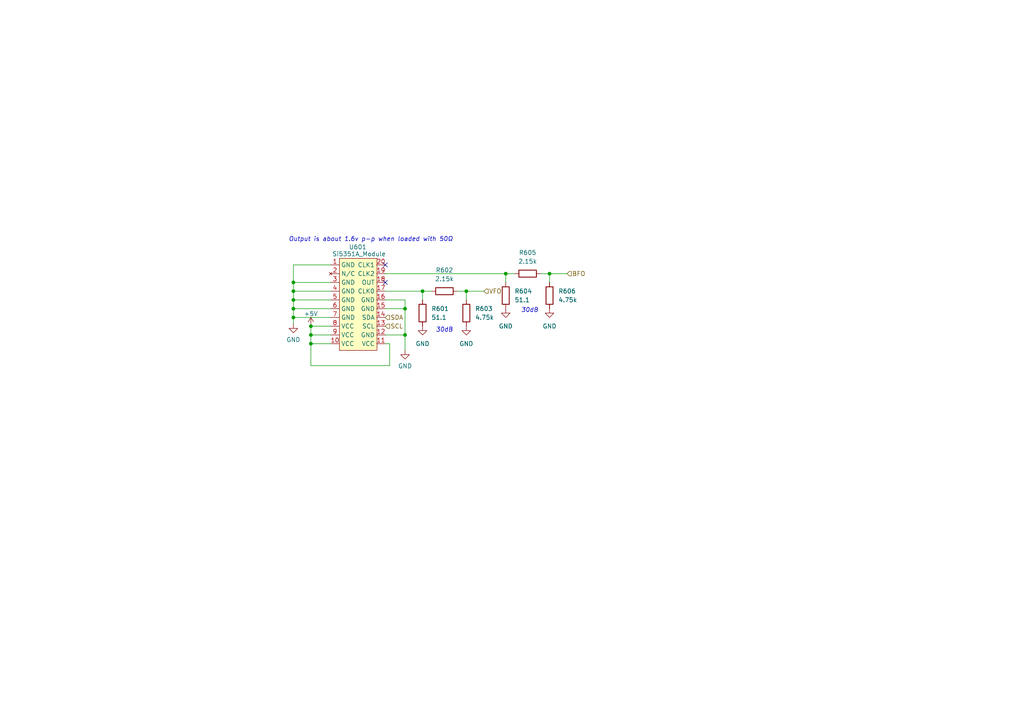
<source format=kicad_sch>
(kicad_sch (version 20211123) (generator eeschema)
  (paper "A4")
  (lib_symbols
    (symbol "Device:R" (pin_numbers hide) (pin_names (offset 0))
      (property "Reference" "R" (at 2.032 0 90))
      (property "Value" "R" (at 0 0 90))
      (symbol "R_0_1"
        (rectangle (start -1.016 -2.54) (end 1.016 2.54) (stroke (width 0.254)))
      )
      (symbol "R_1_1"
        (pin passive line (at 0 3.81 270) (length 1.27) (name "~") (number "1"))
        (pin passive line (at 0 -3.81 90) (length 1.27) (name "~") (number "2"))
      )
    )
    (symbol "components:Si5351A_Module"
      (property "Reference" "U?" (at 0.254 16.6157 0))
      (property "Value" "Si5351A_Module" (at 0.635 14.605 0))
      (symbol "Si5351A_Module_0_0"
        (pin power_in line (at -7.62 11.43 0) (length 2.54) (name "GND") (number "1"))
        (pin power_in line (at -7.62 -11.43 0) (length 2.54) (name "VCC") (number "10"))
        (pin power_in line (at 8.255 -11.43 180) (length 2.54) (name "VCC") (number "11"))
        (pin power_in line (at 8.255 -8.89 180) (length 2.54) (name "GND") (number "12"))
        (pin input line (at 8.255 -6.35 180) (length 2.54) (name "SCL") (number "13"))
        (pin bidirectional line (at 8.255 -3.81 180) (length 2.54) (name "SDA") (number "14"))
        (pin power_in line (at 8.255 -1.27 180) (length 2.54) (name "GND") (number "15"))
        (pin power_in line (at 8.255 1.27 180) (length 2.54) (name "GND") (number "16"))
        (pin output line (at 8.255 3.81 180) (length 2.54) (name "CLK0") (number "17"))
        (pin output line (at 8.255 6.35 180) (length 2.54) (name "OUT") (number "18"))
        (pin output line (at 8.255 8.89 180) (length 2.54) (name "CLK2") (number "19"))
        (pin no_connect line (at -7.62 8.89 0) (length 2.54) (name "N/C") (number "2"))
        (pin output line (at 8.255 11.43 180) (length 2.54) (name "CLK1") (number "20"))
        (pin power_in line (at -7.62 6.35 0) (length 2.54) (name "GND") (number "3"))
        (pin power_in line (at -7.62 3.81 0) (length 2.54) (name "GND") (number "4"))
        (pin power_in line (at -7.62 1.27 0) (length 2.54) (name "GND") (number "5"))
        (pin power_in line (at -7.62 -1.27 0) (length 2.54) (name "GND") (number "6"))
        (pin power_in line (at -7.62 -3.81 0) (length 2.54) (name "GND") (number "7"))
        (pin power_in line (at -7.62 -6.35 0) (length 2.54) (name "VCC") (number "8"))
        (pin power_in line (at -7.62 -8.89 0) (length 2.54) (name "VCC") (number "9"))
      )
      (symbol "Si5351A_Module_0_1"
        (rectangle (start -5.08 13.335) (end 5.842 -13.335) (stroke (width 0.1524)) (fill (type background)))
      )
    )
    (symbol "power:+5V" (power) (pin_names (offset 0))
      (property "Value" "+5V" (at 0 3.556 0))
      (symbol "+5V_0_1"
        (polyline (pts (xy -0.762 1.27) (xy 0 2.54)))
        (polyline (pts (xy 0 0) (xy 0 2.54)))
        (polyline (pts (xy 0 2.54) (xy 0.762 1.27)))
      )
      (symbol "+5V_1_1"
        (pin power_in line (at 0 0 90) (length 0) hide (name "+5V") (number "1"))
      )
    )
    (symbol "power:GND" (power) (pin_names (offset 0))
      (property "Value" "GND" (at 0 -3.81 0))
      (symbol "GND_0_1"
        (polyline (pts (xy 0 0) (xy 0 -1.27) (xy 1.27 -1.27) (xy 0 -2.54) (xy -1.27 -1.27) (xy 0 -1.27)))
      )
      (symbol "GND_1_1"
        (pin power_in line (at 0 0 270) (length 0) hide (name "GND") (number "1"))
      )
    )
  )
  (junction (at 90.17 97.155))
  (junction (at 135.255 84.455))
  (junction (at 117.475 97.155))
  (junction (at 85.09 89.535))
  (junction (at 85.09 92.075))
  (junction (at 159.385 79.375))
  (junction (at 85.09 84.455))
  (junction (at 85.09 86.995))
  (junction (at 117.475 89.535))
  (junction (at 85.09 81.915))
  (junction (at 90.17 94.615))
  (junction (at 90.17 99.695))
  (junction (at 122.555 84.455))
  (junction (at 146.685 79.375))
  (no_connect (at 111.76 81.915))
  (no_connect (at 111.76 76.835))
  (wire (pts (xy 85.09 76.835) (xy 95.885 76.835)))
  (wire (pts (xy 85.09 86.995) (xy 85.09 89.535)))
  (wire (pts (xy 113.03 106.045) (xy 90.17 106.045)))
  (wire (pts (xy 156.845 79.375) (xy 159.385 79.375)))
  (wire (pts (xy 135.255 84.455) (xy 135.255 86.995)))
  (wire (pts (xy 85.09 76.835) (xy 85.09 81.915)))
  (wire (pts (xy 90.17 99.695) (xy 95.885 99.695)))
  (wire (pts (xy 113.03 99.695) (xy 113.03 106.045)))
  (wire (pts (xy 111.76 79.375) (xy 146.685 79.375)))
  (wire (pts (xy 132.715 84.455) (xy 135.255 84.455)))
  (wire (pts (xy 85.09 89.535) (xy 85.09 92.075)))
  (wire (pts (xy 85.09 92.075) (xy 85.09 93.98)))
  (wire (pts (xy 159.385 79.375) (xy 159.385 81.915)))
  (wire (pts (xy 122.555 84.455) (xy 122.555 86.995)))
  (wire (pts (xy 90.17 97.155) (xy 95.885 97.155)))
  (wire (pts (xy 159.385 79.375) (xy 164.465 79.375)))
  (wire (pts (xy 85.09 81.915) (xy 85.09 84.455)))
  (wire (pts (xy 111.76 97.155) (xy 117.475 97.155)))
  (wire (pts (xy 122.555 84.455) (xy 125.095 84.455)))
  (wire (pts (xy 111.76 86.995) (xy 117.475 86.995)))
  (wire (pts (xy 117.475 97.155) (xy 117.475 101.6)))
  (wire (pts (xy 85.09 81.915) (xy 95.885 81.915)))
  (wire (pts (xy 117.475 89.535) (xy 117.475 97.155)))
  (wire (pts (xy 146.685 79.375) (xy 149.225 79.375)))
  (wire (pts (xy 111.76 84.455) (xy 122.555 84.455)))
  (wire (pts (xy 90.17 94.615) (xy 95.885 94.615)))
  (wire (pts (xy 146.685 79.375) (xy 146.685 81.915)))
  (wire (pts (xy 85.09 86.995) (xy 95.885 86.995)))
  (wire (pts (xy 111.76 89.535) (xy 117.475 89.535)))
  (wire (pts (xy 90.17 94.615) (xy 90.17 97.155)))
  (wire (pts (xy 85.09 89.535) (xy 95.885 89.535)))
  (wire (pts (xy 85.09 84.455) (xy 85.09 86.995)))
  (wire (pts (xy 85.09 84.455) (xy 95.885 84.455)))
  (wire (pts (xy 111.76 99.695) (xy 113.03 99.695)))
  (wire (pts (xy 85.09 92.075) (xy 95.885 92.075)))
  (wire (pts (xy 135.255 84.455) (xy 140.335 84.455)))
  (wire (pts (xy 117.475 86.995) (xy 117.475 89.535)))
  (wire (pts (xy 90.17 97.155) (xy 90.17 99.695)))
  (wire (pts (xy 90.17 99.695) (xy 90.17 106.045)))
  (text "30dB" (at 126.365 96.52 0) (effects (font (size 1.27 1.27) italic) (justify left bottom)))
  (text "30dB" (at 151.13 90.805 0) (effects (font (size 1.27 1.27) italic) (justify left bottom)))
  (text "Output is about 1.6v p-p when loaded with 50Ω" (at 83.693 70.231 0) (effects (font (size 1.27 1.27) italic) (justify left bottom)))
  (hierarchical_label "VFO" (shape input) (at 140.335 84.455 0))
  (hierarchical_label "SDA" (shape input) (at 111.76 92.075 0))
  (hierarchical_label "BFO" (shape input) (at 164.465 79.375 0))
  (hierarchical_label "SCL" (shape input) (at 111.76 94.615 0))
  (symbol (lib_id "power:GND") (at 135.255 94.615 0) (unit 1)
    (property "Reference" "#PWR0605" (effects hide))
    (property "Value" "GND" (at 135.255 99.695 0))
  )
  (symbol (lib_id "Device:R") (at 146.685 85.725 0) (unit 1)
    (property "Reference" "R604" (at 149.225 84.4549 0) (effects (justify left)))
    (property "Value" "51.1" (at 149.225 86.9949 0) (effects (justify left)))
  )
  (symbol (lib_id "Device:R") (at 159.385 85.725 0) (unit 1)
    (property "Reference" "R606" (at 161.925 84.4549 0) (effects (justify left)))
    (property "Value" "4.75k" (at 161.925 86.9949 0) (effects (justify left)))
  )
  (symbol (lib_id "power:GND") (at 117.475 101.6 0) (unit 1)
    (property "Reference" "#PWR0603" (effects hide))
    (property "Value" "GND" (at 117.475 106.1625 0))
  )
  (symbol (lib_id "Device:R") (at 122.555 90.805 0) (unit 1)
    (property "Reference" "R601" (at 125.095 89.5349 0) (effects (justify left)))
    (property "Value" "51.1" (at 125.095 92.0749 0) (effects (justify left)))
  )
  (symbol (lib_id "power:+5V") (at 90.17 94.615 0) (unit 1)
    (property "Reference" "#PWR0602" (effects hide))
    (property "Value" "+5V" (at 90.17 91.0105 0))
  )
  (symbol (lib_id "Device:R") (at 128.905 84.455 90) (unit 1)
    (property "Reference" "R602" (at 128.905 78.359 90))
    (property "Value" "2.15k" (at 128.905 80.899 90))
  )
  (symbol (lib_id "Device:R") (at 153.035 79.375 90) (unit 1)
    (property "Reference" "R605" (at 153.035 73.279 90))
    (property "Value" "2.15k" (at 153.035 75.819 90))
  )
  (symbol (lib_id "Device:R") (at 135.255 90.805 0) (unit 1)
    (property "Reference" "R603" (at 137.795 89.5349 0) (effects (justify left)))
    (property "Value" "4.75k" (at 137.795 92.0749 0) (effects (justify left)))
  )
  (symbol (lib_id "power:GND") (at 146.685 89.535 0) (unit 1)
    (property "Reference" "#PWR0606" (effects hide))
    (property "Value" "GND" (at 146.685 94.615 0))
  )
  (symbol (lib_id "power:GND") (at 159.385 89.535 0) (unit 1)
    (property "Reference" "#PWR0607" (effects hide))
    (property "Value" "GND" (at 159.385 94.615 0))
  )
  (symbol (lib_id "power:GND") (at 85.09 93.98 0) (unit 1)
    (property "Reference" "#PWR0601" (effects hide))
    (property "Value" "GND" (at 85.09 98.5425 0))
  )
  (symbol (lib_id "components:Si5351A_Module") (at 103.505 88.265 0) (unit 1)
    (property "Reference" "U601" (at 103.759 71.6493 0))
    (property "Value" "Si5351A_Module" (at 104.14 73.66 0))
    (property "Datasheet" "http://www.qrp-labs.com/images/synth/synth_assembly5.pdf" (effects hide))
  )
  (symbol (lib_id "power:GND") (at 122.555 94.615 0) (unit 1)
    (property "Reference" "#PWR0604" (effects hide))
    (property "Value" "GND" (at 122.555 99.695 0))
  )
)
</source>
